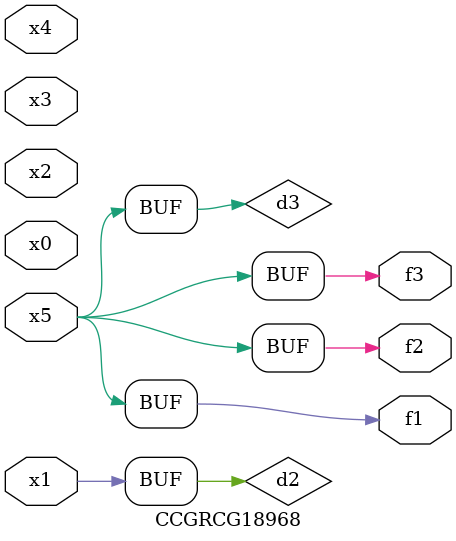
<source format=v>
module CCGRCG18968(
	input x0, x1, x2, x3, x4, x5,
	output f1, f2, f3
);

	wire d1, d2, d3;

	not (d1, x5);
	or (d2, x1);
	xnor (d3, d1);
	assign f1 = d3;
	assign f2 = d3;
	assign f3 = d3;
endmodule

</source>
